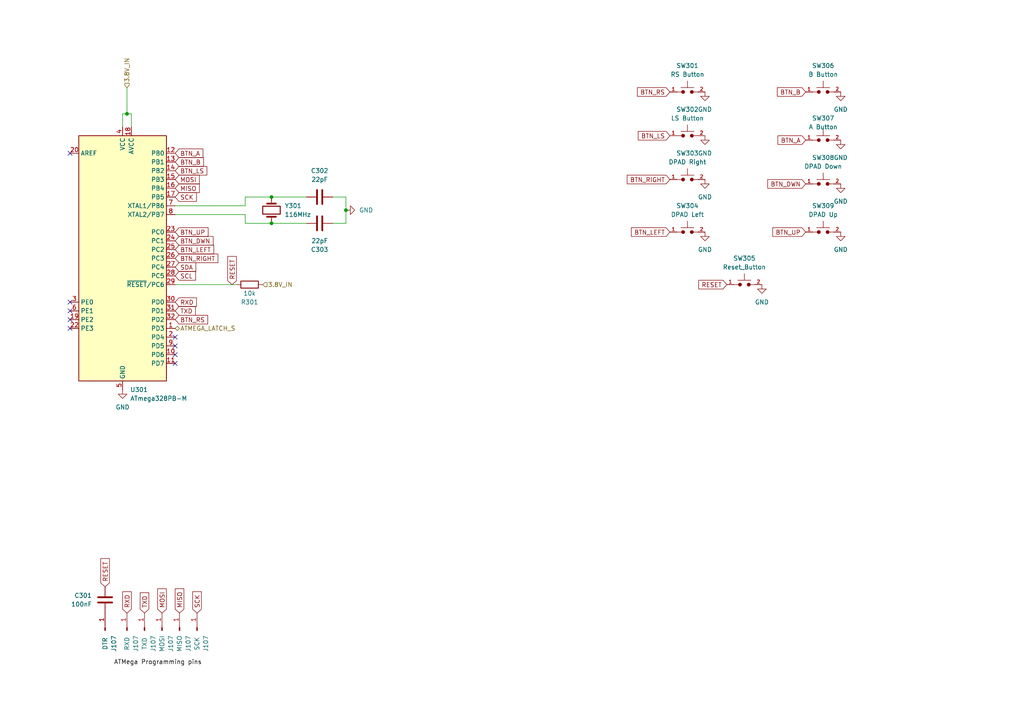
<source format=kicad_sch>
(kicad_sch (version 20230121) (generator eeschema)
  (paper "A4")
  (lib_symbols
    (symbol "Connector:Conn_01x01_Male" (pin_names (offset 1.016) hide)
      (property "Reference" "J" (at 0 2.54 0))
      (property "Value" "Conn_01x01_Male" (at 0 -2.54 0))
      (symbol "Conn_01x01_Male_1_1"
        (polyline (pts (xy 1.27 0) (xy 0.8636 0)) (stroke (width 0.1524)))
        (rectangle (start 0.8636 0.127) (end 0 -0.127) (stroke (width 0.1524)) (fill (type outline)))
        (pin passive line (at 5.08 0 180) (length 3.81) (name "Pin_1") (number "1"))
      )
    )
    (symbol "Device:C" (pin_numbers hide) (pin_names (offset 0.254))
      (property "Reference" "C" (at 0.635 2.54 0))
      (property "Value" "C" (at 0.635 -2.54 0))
      (symbol "C_0_1"
        (polyline (pts (xy -2.032 -0.762) (xy 2.032 -0.762)) (stroke (width 0.508)))
        (polyline (pts (xy -2.032 0.762) (xy 2.032 0.762)) (stroke (width 0.508)))
      )
      (symbol "C_1_1"
        (pin passive line (at 0 3.81 270) (length 2.794) (name "~") (number "1"))
        (pin passive line (at 0 -3.81 90) (length 2.794) (name "~") (number "2"))
      )
    )
    (symbol "Device:Crystal" (pin_numbers hide) (pin_names (offset 1.016) hide)
      (property "Reference" "Y" (at 0 3.81 0))
      (property "Value" "Crystal" (at 0 -3.81 0))
      (symbol "Crystal_0_1"
        (rectangle (start -1.143 2.54) (end 1.143 -2.54) (stroke (width 0.3048)))
        (polyline (pts (xy -2.54 0) (xy -1.905 0)))
        (polyline (pts (xy -1.905 -1.27) (xy -1.905 1.27)) (stroke (width 0.508)))
        (polyline (pts (xy 1.905 -1.27) (xy 1.905 1.27)) (stroke (width 0.508)))
        (polyline (pts (xy 2.54 0) (xy 1.905 0)))
      )
      (symbol "Crystal_1_1"
        (pin passive line (at -3.81 0 0) (length 1.27) (name "1") (number "1"))
        (pin passive line (at 3.81 0 180) (length 1.27) (name "2") (number "2"))
      )
    )
    (symbol "Device:R" (pin_numbers hide) (pin_names (offset 0))
      (property "Reference" "R" (at 2.032 0 90))
      (property "Value" "R" (at 0 0 90))
      (symbol "R_0_1"
        (rectangle (start -1.016 -2.54) (end 1.016 2.54) (stroke (width 0.254)))
      )
      (symbol "R_1_1"
        (pin passive line (at 0 3.81 270) (length 1.27) (name "~") (number "1"))
        (pin passive line (at 0 -3.81 90) (length 1.27) (name "~") (number "2"))
      )
    )
    (symbol "MCU_Microchip_ATmega:ATmega328PB-M"
      (property "Reference" "U" (at -12.7 36.83 0))
      (property "Value" "ATmega328PB-M" (at 2.54 -36.83 0))
      (symbol "ATmega328PB-M_0_1"
        (rectangle (start -12.7 -35.56) (end 12.7 35.56) (stroke (width 0.254)) (fill (type background)))
      )
      (symbol "ATmega328PB-M_1_1"
        (pin bidirectional line (at 15.24 -20.32 180) (length 2.54) (name "PD3") (number "1"))
        (pin bidirectional line (at 15.24 -27.94 180) (length 2.54) (name "PD6") (number "10"))
        (pin bidirectional line (at 15.24 -30.48 180) (length 2.54) (name "PD7") (number "11"))
        (pin bidirectional line (at 15.24 30.48 180) (length 2.54) (name "PB0") (number "12"))
        (pin bidirectional line (at 15.24 27.94 180) (length 2.54) (name "PB1") (number "13"))
        (pin bidirectional line (at 15.24 25.4 180) (length 2.54) (name "PB2") (number "14"))
        (pin bidirectional line (at 15.24 22.86 180) (length 2.54) (name "PB3") (number "15"))
        (pin bidirectional line (at 15.24 20.32 180) (length 2.54) (name "PB4") (number "16"))
        (pin bidirectional line (at 15.24 17.78 180) (length 2.54) (name "PB5") (number "17"))
        (pin power_in line (at 2.54 38.1 270) (length 2.54) (name "AVCC") (number "18"))
        (pin bidirectional line (at -15.24 -17.78 0) (length 2.54) (name "PE2") (number "19"))
        (pin bidirectional line (at 15.24 -22.86 180) (length 2.54) (name "PD4") (number "2"))
        (pin passive line (at -15.24 30.48 0) (length 2.54) (name "AREF") (number "20"))
        (pin passive line (at 0 -38.1 90) (length 2.54) hide (name "GND") (number "21"))
        (pin bidirectional line (at -15.24 -20.32 0) (length 2.54) (name "PE3") (number "22"))
        (pin bidirectional line (at 15.24 7.62 180) (length 2.54) (name "PC0") (number "23"))
        (pin bidirectional line (at 15.24 5.08 180) (length 2.54) (name "PC1") (number "24"))
        (pin bidirectional line (at 15.24 2.54 180) (length 2.54) (name "PC2") (number "25"))
        (pin bidirectional line (at 15.24 0 180) (length 2.54) (name "PC3") (number "26"))
        (pin bidirectional line (at 15.24 -2.54 180) (length 2.54) (name "PC4") (number "27"))
        (pin bidirectional line (at 15.24 -5.08 180) (length 2.54) (name "PC5") (number "28"))
        (pin bidirectional line (at 15.24 -7.62 180) (length 2.54) (name "~{RESET}/PC6") (number "29"))
        (pin bidirectional line (at -15.24 -12.7 0) (length 2.54) (name "PE0") (number "3"))
        (pin bidirectional line (at 15.24 -12.7 180) (length 2.54) (name "PD0") (number "30"))
        (pin bidirectional line (at 15.24 -15.24 180) (length 2.54) (name "PD1") (number "31"))
        (pin bidirectional line (at 15.24 -17.78 180) (length 2.54) (name "PD2") (number "32"))
        (pin passive line (at 0 -38.1 90) (length 2.54) hide (name "GND") (number "33"))
        (pin power_in line (at 0 38.1 270) (length 2.54) (name "VCC") (number "4"))
        (pin power_in line (at 0 -38.1 90) (length 2.54) (name "GND") (number "5"))
        (pin bidirectional line (at -15.24 -15.24 0) (length 2.54) (name "PE1") (number "6"))
        (pin bidirectional line (at 15.24 15.24 180) (length 2.54) (name "XTAL1/PB6") (number "7"))
        (pin bidirectional line (at 15.24 12.7 180) (length 2.54) (name "XTAL2/PB7") (number "8"))
        (pin bidirectional line (at 15.24 -25.4 180) (length 2.54) (name "PD5") (number "9"))
      )
    )
    (symbol "PCM_SL_Devices:Push_Button"
      (property "Reference" "SW" (at 0 6.35 0))
      (property "Value" "Push_Button" (at 0 4.445 0))
      (symbol "Push_Button_0_1"
        (circle (center -1.27 0) (radius 0.4579) (fill (type outline)))
        (polyline (pts (xy -3.175 0) (xy -1.778 0)))
        (polyline (pts (xy -1.905 1.27) (xy 1.905 1.27)))
        (polyline (pts (xy 0 1.27) (xy 0 3.175)))
        (polyline (pts (xy 1.778 0) (xy 3.175 0)))
        (circle (center 1.27 0) (radius 0.4579) (fill (type outline)))
      )
      (symbol "Push_Button_1_1"
        (pin passive line (at -5.08 0 0) (length 2) (name "") (number "1"))
        (pin passive line (at 5.08 0 180) (length 2) (name "") (number "2"))
      )
    )
    (symbol "power:GND" (power) (pin_names (offset 0))
      (property "Value" "GND" (at 0 -3.81 0))
      (symbol "GND_0_1"
        (polyline (pts (xy 0 0) (xy 0 -1.27) (xy 1.27 -1.27) (xy 0 -2.54) (xy -1.27 -1.27) (xy 0 -1.27)))
      )
      (symbol "GND_1_1"
        (pin power_in line (at 0 0 270) (length 0) hide (name "GND") (number "1"))
      )
    )
  )
  (junction (at 78.74 64.77))
  (junction (at 36.83 33.02))
  (junction (at 78.74 57.15))
  (junction (at 100.33 60.96))
  (no_connect (at 20.32 92.71))
  (no_connect (at 50.8 105.41))
  (no_connect (at 20.32 95.25))
  (no_connect (at 20.32 87.63))
  (no_connect (at 50.8 102.87))
  (no_connect (at 50.8 97.79))
  (no_connect (at 50.8 100.33))
  (no_connect (at 20.32 90.17))
  (no_connect (at 20.32 44.45))
  (wire (pts (xy 100.33 60.96) (xy 100.33 64.77)))
  (wire (pts (xy 100.33 64.77) (xy 96.52 64.77)))
  (wire (pts (xy 71.12 64.77) (xy 78.74 64.77)))
  (wire (pts (xy 78.74 64.77) (xy 88.9 64.77)))
  (wire (pts (xy 50.8 82.55) (xy 68.58 82.55)))
  (wire (pts (xy 36.83 33.02) (xy 38.1 33.02)))
  (wire (pts (xy 96.52 57.15) (xy 100.33 57.15)))
  (wire (pts (xy 100.33 57.15) (xy 100.33 60.96)))
  (wire (pts (xy 36.83 25.4) (xy 36.83 33.02)))
  (wire (pts (xy 71.12 59.69) (xy 71.12 57.15)))
  (wire (pts (xy 35.56 33.02) (xy 35.56 36.83)))
  (wire (pts (xy 71.12 57.15) (xy 78.74 57.15)))
  (wire (pts (xy 71.12 62.23) (xy 71.12 64.77)))
  (wire (pts (xy 50.8 62.23) (xy 71.12 62.23)))
  (wire (pts (xy 78.74 57.15) (xy 88.9 57.15)))
  (wire (pts (xy 50.8 59.69) (xy 71.12 59.69)))
  (wire (pts (xy 35.56 33.02) (xy 36.83 33.02)))
  (wire (pts (xy 38.1 33.02) (xy 38.1 36.83)))
  (label "ATMega Programming pins" (at 33.02 193.04 0))
  (global_label "SCK" (shape input) (at 50.8 57.15 0) (property "Intersheetrefs" "${INTERSHEET_REFS}" (effects hide)))
  (global_label "SDA" (shape input) (at 50.8 77.47 0) (property "Intersheetrefs" "${INTERSHEET_REFS}" (effects hide)))
  (global_label "MISO" (shape input) (at 50.8 54.61 0) (property "Intersheetrefs" "${INTERSHEET_REFS}" (effects hide)))
  (global_label "BTN_B" (shape input) (at 50.8 46.99 0) (property "Intersheetrefs" "${INTERSHEET_REFS}" (effects hide)))
  (global_label "RXD" (shape input) (at 50.8 87.63 0) (property "Intersheetrefs" "${INTERSHEET_REFS}" (effects hide)))
  (global_label "BTN_B" (shape input) (at 233.68 26.67 180) (property "Intersheetrefs" "${INTERSHEET_REFS}" (effects hide)))
  (global_label "BTN_DWN" (shape input) (at 233.68 53.34 180) (property "Intersheetrefs" "${INTERSHEET_REFS}" (effects hide)))
  (global_label "MOSI" (shape input) (at 50.8 52.07 0) (property "Intersheetrefs" "${INTERSHEET_REFS}" (effects hide)))
  (global_label "RXD" (shape input) (at 36.83 177.8 90) (property "Intersheetrefs" "${INTERSHEET_REFS}" (effects hide)))
  (global_label "BTN_A" (shape input) (at 233.68 40.64 180) (property "Intersheetrefs" "${INTERSHEET_REFS}" (effects hide)))
  (global_label "SCL" (shape input) (at 50.8 80.01 0) (property "Intersheetrefs" "${INTERSHEET_REFS}" (effects hide)))
  (global_label "MOSI" (shape input) (at 46.99 177.8 90) (property "Intersheetrefs" "${INTERSHEET_REFS}" (effects hide)))
  (global_label "BTN_RS" (shape input) (at 50.8 92.71 0) (property "Intersheetrefs" "${INTERSHEET_REFS}" (effects hide)))
  (global_label "BTN_RIGHT" (shape input) (at 194.31 52.07 180) (property "Intersheetrefs" "${INTERSHEET_REFS}" (effects hide)))
  (global_label "BTN_LEFT" (shape input) (at 50.8 72.39 0) (property "Intersheetrefs" "${INTERSHEET_REFS}" (effects hide)))
  (global_label "BTN_UP" (shape input) (at 50.8 67.31 0) (property "Intersheetrefs" "${INTERSHEET_REFS}" (effects hide)))
  (global_label "BTN_LS" (shape input) (at 50.8 49.53 0) (property "Intersheetrefs" "${INTERSHEET_REFS}" (effects hide)))
  (global_label "RESET" (shape input) (at 67.31 82.55 90) (property "Intersheetrefs" "${INTERSHEET_REFS}" (effects hide)))
  (global_label "BTN_LEFT" (shape input) (at 194.31 67.31 180) (property "Intersheetrefs" "${INTERSHEET_REFS}" (effects hide)))
  (global_label "BTN_UP" (shape input) (at 233.68 67.31 180) (property "Intersheetrefs" "${INTERSHEET_REFS}" (effects hide)))
  (global_label "RESET" (shape input) (at 210.82 82.55 180) (property "Intersheetrefs" "${INTERSHEET_REFS}" (effects hide)))
  (global_label "RESET" (shape input) (at 30.48 170.18 90) (property "Intersheetrefs" "${INTERSHEET_REFS}" (effects hide)))
  (global_label "TXD" (shape input) (at 50.8 90.17 0) (property "Intersheetrefs" "${INTERSHEET_REFS}" (effects hide)))
  (global_label "TXD" (shape input) (at 41.91 177.8 90) (property "Intersheetrefs" "${INTERSHEET_REFS}" (effects hide)))
  (global_label "BTN_A" (shape input) (at 50.8 44.45 0) (property "Intersheetrefs" "${INTERSHEET_REFS}" (effects hide)))
  (global_label "SCK" (shape input) (at 57.15 177.8 90) (property "Intersheetrefs" "${INTERSHEET_REFS}" (effects hide)))
  (global_label "BTN_DWN" (shape input) (at 50.8 69.85 0) (property "Intersheetrefs" "${INTERSHEET_REFS}" (effects hide)))
  (global_label "MISO" (shape input) (at 52.07 177.8 90) (property "Intersheetrefs" "${INTERSHEET_REFS}" (effects hide)))
  (global_label "BTN_LS" (shape input) (at 194.31 39.37 180) (property "Intersheetrefs" "${INTERSHEET_REFS}" (effects hide)))
  (global_label "BTN_RS" (shape input) (at 194.31 26.67 180) (property "Intersheetrefs" "${INTERSHEET_REFS}" (effects hide)))
  (global_label "BTN_RIGHT" (shape input) (at 50.8 74.93 0) (property "Intersheetrefs" "${INTERSHEET_REFS}" (effects hide)))
  (hierarchical_label "3.8V_IN" (shape input) (at 36.83 25.4 90))
  (hierarchical_label "3.8V_IN" (shape input) (at 76.2 82.55 0))
  (hierarchical_label "ATMEGA_LATCH_S" (shape bidirectional) (at 50.8 95.25 0))
  (symbol (lib_id "Device:C") (at 92.71 64.77 270) (mirror x) (unit 1)
    (property "Reference" "C303" (at 92.71 72.39 90))
    (property "Value" "22pF" (at 92.71 69.85 90))
  )
  (symbol (lib_id "PCM_SL_Devices:Push_Button") (at 238.76 40.64 0) (unit 1)
    (property "Reference" "SW307" (at 238.76 34.29 0))
    (property "Value" "A Button" (at 238.76 36.83 0))
    (property "Footprint" "Button_Switch_THT:SW_PUSH_6mm" (effects hide))
  )
  (symbol (lib_id "power:GND") (at 243.84 53.34 0) (unit 1)
    (property "Reference" "#PWR0310" (effects hide))
    (property "Value" "GND" (at 243.84 58.42 0))
  )
  (symbol (lib_id "power:GND") (at 220.98 82.55 0) (unit 1)
    (property "Reference" "#PWR0307" (effects hide))
    (property "Value" "GND" (at 220.98 87.63 0))
  )
  (symbol (lib_id "PCM_SL_Devices:Push_Button") (at 199.39 26.67 0) (unit 1)
    (property "Reference" "SW301" (at 199.39 19.05 0))
    (property "Value" "RS Button" (at 199.39 21.59 0))
    (property "Footprint" "Button_Switch_THT:SW_PUSH_6mm" (effects hide))
  )
  (symbol (lib_id "power:GND") (at 35.56 113.03 0) (unit 1)
    (property "Reference" "#PWR0301" (effects hide))
    (property "Value" "GND" (at 35.56 118.11 0))
  )
  (symbol (lib_id "PCM_SL_Devices:Push_Button") (at 238.76 53.34 0) (unit 1)
    (property "Reference" "SW308" (at 238.76 45.72 0))
    (property "Value" "DPAD Down" (at 238.76 48.26 0))
    (property "Footprint" "Button_Switch_THT:SW_PUSH_6mm" (effects hide))
  )
  (symbol (lib_id "power:GND") (at 100.33 60.96 90) (unit 1)
    (property "Reference" "#PWR0302" (effects hide))
    (property "Value" "GND" (at 104.14 60.96 90) (effects (justify right)))
  )
  (symbol (lib_id "Connector:Conn_01x01_Male") (at 30.48 182.88 90) (unit 1)
    (property "Reference" "J107" (at 33.02 186.69 0))
    (property "Value" "DTR" (at 30.48 186.69 0))
    (property "Footprint" "TestPoint:TestPoint_Pad_1.5x1.5mm" (effects hide))
    (instances (project "MOBO" (path "" (reference "J107") (unit 1)) (path "" (reference "J301") (unit 1))))
  )
  (symbol (lib_id "PCM_SL_Devices:Push_Button") (at 215.9 82.55 0) (unit 1)
    (property "Reference" "SW305" (at 215.9 74.93 0))
    (property "Value" "Reset_Button" (at 215.9 77.47 0))
    (property "Footprint" "Button_Switch_THT:SW_PUSH_6mm" (effects hide))
  )
  (symbol (lib_id "PCM_SL_Devices:Push_Button") (at 199.39 67.31 0) (unit 1)
    (property "Reference" "SW304" (at 199.39 59.69 0))
    (property "Value" "DPAD Left" (at 199.39 62.23 0))
    (property "Footprint" "Button_Switch_THT:SW_PUSH_6mm" (effects hide))
  )
  (symbol (lib_id "Device:C") (at 92.71 57.15 90) (unit 1)
    (property "Reference" "C302" (at 92.71 49.53 90))
    (property "Value" "22pF" (at 92.71 52.07 90))
  )
  (symbol (lib_id "power:GND") (at 243.84 40.64 0) (unit 1)
    (property "Reference" "#PWR0309" (effects hide))
    (property "Value" "GND" (at 243.84 45.72 0))
  )
  (symbol (lib_id "Device:Crystal") (at 78.74 60.96 270) (unit 1)
    (property "Reference" "Y301" (at 82.55 59.69 90) (effects (justify left)))
    (property "Value" "116MHz" (at 82.55 62.23 90) (effects (justify left)))
  )
  (symbol (lib_id "Connector:Conn_01x01_Male") (at 57.15 182.88 90) (unit 1)
    (property "Reference" "J107" (at 59.69 186.69 0))
    (property "Value" "SCK" (at 57.15 186.69 0))
    (property "Footprint" "TestPoint:TestPoint_Pad_1.5x1.5mm" (effects hide))
    (instances (project "MOBO" (path "" (reference "J107") (unit 1)) (path "" (reference "J306") (unit 1))))
  )
  (symbol (lib_id "power:GND") (at 204.47 52.07 0) (unit 1)
    (property "Reference" "#PWR0305" (effects hide))
    (property "Value" "GND" (at 204.47 57.15 0))
  )
  (symbol (lib_id "power:GND") (at 243.84 67.31 0) (unit 1)
    (property "Reference" "#PWR0311" (effects hide))
    (property "Value" "GND" (at 243.84 72.39 0))
  )
  (symbol (lib_id "Device:R") (at 72.39 82.55 90) (mirror x) (unit 1)
    (property "Reference" "R301" (at 72.39 87.63 90))
    (property "Value" "10k" (at 72.39 85.09 90))
  )
  (symbol (lib_id "power:GND") (at 243.84 26.67 0) (unit 1)
    (property "Reference" "#PWR0308" (effects hide))
    (property "Value" "GND" (at 243.84 31.75 0))
  )
  (symbol (lib_id "PCM_SL_Devices:Push_Button") (at 199.39 39.37 0) (unit 1)
    (property "Reference" "SW302" (at 199.39 31.75 0))
    (property "Value" "LS Button" (at 199.39 34.29 0))
    (property "Footprint" "Button_Switch_THT:SW_PUSH_6mm" (effects hide))
  )
  (symbol (lib_id "Connector:Conn_01x01_Male") (at 41.91 182.88 90) (unit 1)
    (property "Reference" "J107" (at 44.45 186.69 0))
    (property "Value" "TXD" (at 41.91 186.69 0))
    (property "Footprint" "TestPoint:TestPoint_Pad_1.5x1.5mm" (effects hide))
    (instances (project "MOBO" (path "" (reference "J107") (unit 1)) (path "" (reference "J303") (unit 1))))
  )
  (symbol (lib_id "PCM_SL_Devices:Push_Button") (at 238.76 67.31 0) (unit 1)
    (property "Reference" "SW309" (at 238.76 59.69 0))
    (property "Value" "DPAD Up" (at 238.76 62.23 0))
    (property "Footprint" "Button_Switch_THT:SW_PUSH_6mm" (effects hide))
  )
  (symbol (lib_id "power:GND") (at 204.47 67.31 0) (unit 1)
    (property "Reference" "#PWR0306" (effects hide))
    (property "Value" "GND" (at 204.47 72.39 0))
  )
  (symbol (lib_id "MCU_Microchip_ATmega:ATmega328PB-M") (at 35.56 74.93 0) (unit 1)
    (property "Reference" "U301" (at 37.7541 113.03 0) (effects (justify left)))
    (property "Value" "ATmega328PB-M" (at 37.7541 115.57 0) (effects (justify left)))
    (property "Footprint" "Package_DFN_QFN:QFN-32-1EP_5x5mm_P0.5mm_EP3.1x3.1mm" (effects hide))
    (property "Datasheet" "http://ww1.microchip.com/downloads/en/DeviceDoc/40001906C.pdf" (effects hide))
  )
  (symbol (lib_id "PCM_SL_Devices:Push_Button") (at 199.39 52.07 0) (unit 1)
    (property "Reference" "SW303" (at 199.39 44.45 0))
    (property "Value" "DPAD Right" (at 199.39 46.99 0))
    (property "Footprint" "Button_Switch_THT:SW_PUSH_6mm" (effects hide))
  )
  (symbol (lib_id "power:GND") (at 204.47 39.37 0) (unit 1)
    (property "Reference" "#PWR0304" (effects hide))
    (property "Value" "GND" (at 204.47 44.45 0))
  )
  (symbol (lib_id "Connector:Conn_01x01_Male") (at 36.83 182.88 90) (unit 1)
    (property "Reference" "J107" (at 39.37 186.69 0))
    (property "Value" "RXD" (at 36.83 186.69 0))
    (property "Footprint" "TestPoint:TestPoint_Pad_1.5x1.5mm" (effects hide))
    (instances (project "MOBO" (path "" (reference "J107") (unit 1)) (path "" (reference "J302") (unit 1))))
  )
  (symbol (lib_id "PCM_SL_Devices:Push_Button") (at 238.76 26.67 0) (unit 1)
    (property "Reference" "SW306" (at 238.76 19.05 0))
    (property "Value" "B Button" (at 238.76 21.59 0))
    (property "Footprint" "Button_Switch_THT:SW_PUSH_6mm" (effects hide))
  )
  (symbol (lib_id "power:GND") (at 204.47 26.67 0) (unit 1)
    (property "Reference" "#PWR0303" (effects hide))
    (property "Value" "GND" (at 204.47 31.75 0))
  )
  (symbol (lib_id "Connector:Conn_01x01_Male") (at 46.99 182.88 90) (unit 1)
    (property "Reference" "J107" (at 49.53 186.69 0))
    (property "Value" "MOSI" (at 46.99 186.69 0))
    (property "Footprint" "TestPoint:TestPoint_Pad_1.5x1.5mm" (effects hide))
    (instances (project "MOBO" (path "" (reference "J107") (unit 1)) (path "" (reference "J304") (unit 1))))
  )
  (symbol (lib_id "Connector:Conn_01x01_Male") (at 52.07 182.88 90) (unit 1)
    (property "Reference" "J107" (at 54.61 186.69 0))
    (property "Value" "MISO" (at 52.07 186.69 0))
    (property "Footprint" "TestPoint:TestPoint_Pad_1.5x1.5mm" (effects hide))
    (instances (project "MOBO" (path "" (reference "J107") (unit 1)) (path "" (reference "J305") (unit 1))))
  )
  (symbol (lib_id "Device:C") (at 30.48 173.99 0) (unit 1)
    (property "Reference" "C301" (at 26.67 172.72 0) (effects (justify right)))
    (property "Value" "100nF" (at 26.67 175.26 0) (effects (justify right)))
  )
)
</source>
